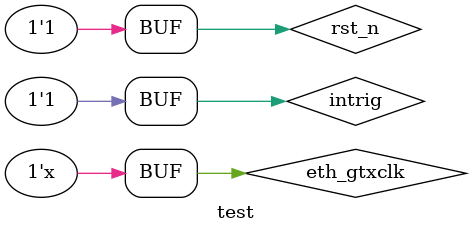
<source format=v>

`timescale 1ns/1ps

module test();
  
  reg eth_gtxclk,rst_n;
  reg intrig;
  
  initial
  begin
    eth_gtxclk = 0;
    rst_n = 1'b1;
    intrig = 0;
    #1 rst_n = 0;
    #7 rst_n = 1'b1;
    #22 intrig = 1'b1;
  end

  always #20 eth_gtxclk = ~eth_gtxclk;

	
	reg _intrig,wr;
	reg [7:0] data;
	reg [12:0] cnt;
	
	always@(posedge eth_gtxclk or negedge rst_n)
	if(!rst_n)
	begin
		_intrig <= 1'd1;
		wr <= 0;
		cnt <= 0;
		data <= 1'd1;
	end
	else
	begin
		_intrig <= intrig;
		
		if(!wr & intrig & !_intrig)
		begin
			wr <= 1'd1;
			cnt <= 0;
			data <= 1'd1;
		end
		else
			data <= data + 1'd1;
		
		if(wr)
		begin
			cnt <= cnt + 1'd1;
			if(cnt == 13'd10 - 1'd1)
				wr <= 0;
		end		
	end
	
	wire o_eth_txen;
	wire [7:0] o_eth_txd;
	
	eth_session i(
		.i_clk(eth_gtxclk),
		.i_rst_n(rst_n),
		.i_data(data),
		.i_wr(wr),
		.i_din(1'd1),
		.o_full(),
		.o_cmd_come(),
		.o_cmd(),
		.o_param(),
	
		.o_eth_txen(o_eth_txen),
		.o_eth_txd(o_eth_txd),
		.o_eth_mdc(),
		.o_eth_txer(),
		
		.i_eth_rxclk(),
		.i_eth_rxdv(),
		.i_eth_rxer(),
		.i_eth_rxd(),
		.i_eth_crs(),
		.i_eth_col()
	);


  /*reg rst_n,clk;
  
  initial
  begin
    clk = 0;
    rst_n = 1'b1;
    #1 rst_n = 0;
    #7 rst_n = 1'b1;
  end
  
  
  always #10 clk = ~clk;
  
  wire gtxc,txen;
  wire [7:0] txd;
  
  top ii(
	 .i_rst_n(rst_n),
	 .i_clk50M(clk),
	 .i_clk48M(0),
	 .i_trig(0),
	
	 .o_eth_rst(),
	 .o_eth_gtxclk(gtxc),
	 .o_eth_txen(txen),
	 .o_eth_txer(),
	 .o_eth_txd(txd),
	 .i_eth_rxclk(0),
	 .i_eth_rxdv(0),
	 .i_eth_rxer(0),
	 .i_eth_rxd(0),
	 .i_eth_crs(0),
	 .i_eth_col(0),
	 .o_eth_mdc()
);*/

endmodule


</source>
